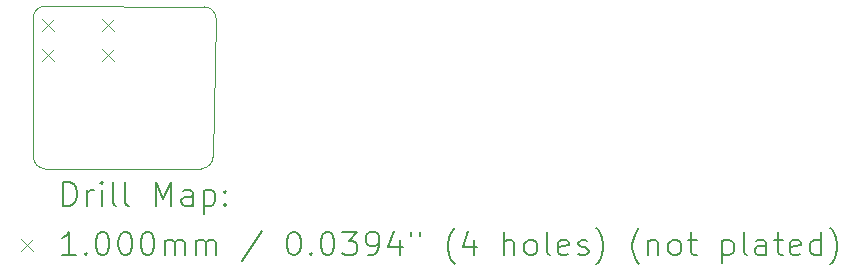
<source format=gbr>
%FSLAX45Y45*%
G04 Gerber Fmt 4.5, Leading zero omitted, Abs format (unit mm)*
G04 Created by KiCad (PCBNEW (6.0.5)) date 2022-06-13 10:30:56*
%MOMM*%
%LPD*%
G01*
G04 APERTURE LIST*
%TA.AperFunction,Profile*%
%ADD10C,0.050000*%
%TD*%
%TA.AperFunction,Profile*%
%ADD11C,0.010000*%
%TD*%
%ADD12C,0.200000*%
%ADD13C,0.100000*%
G04 APERTURE END LIST*
D10*
X13410400Y-9595711D02*
X13412800Y-10772000D01*
X14959000Y-9601200D02*
X14933600Y-10770400D01*
X13512800Y-10872000D02*
X14833600Y-10870400D01*
X14859000Y-9501200D02*
X13510400Y-9495711D01*
D11*
X13510400Y-9495710D02*
G75*
G03*
X13410400Y-9595711I0J-100000D01*
G01*
X13412800Y-10772000D02*
G75*
G03*
X13512800Y-10872000I100000J0D01*
G01*
X14833600Y-10870400D02*
G75*
G03*
X14933600Y-10770400I0J100000D01*
G01*
X14959000Y-9601200D02*
G75*
G03*
X14859000Y-9501200I-100000J0D01*
G01*
D12*
D13*
X13488200Y-9602000D02*
X13588200Y-9702000D01*
X13588200Y-9602000D02*
X13488200Y-9702000D01*
X13488200Y-9856000D02*
X13588200Y-9956000D01*
X13588200Y-9856000D02*
X13488200Y-9956000D01*
X13996200Y-9602000D02*
X14096200Y-9702000D01*
X14096200Y-9602000D02*
X13996200Y-9702000D01*
X13996200Y-9856000D02*
X14096200Y-9956000D01*
X14096200Y-9856000D02*
X13996200Y-9956000D01*
D12*
X13665519Y-11184976D02*
X13665519Y-10984976D01*
X13713138Y-10984976D01*
X13741709Y-10994500D01*
X13760757Y-11013548D01*
X13770281Y-11032595D01*
X13779805Y-11070690D01*
X13779805Y-11099262D01*
X13770281Y-11137357D01*
X13760757Y-11156405D01*
X13741709Y-11175452D01*
X13713138Y-11184976D01*
X13665519Y-11184976D01*
X13865519Y-11184976D02*
X13865519Y-11051643D01*
X13865519Y-11089738D02*
X13875043Y-11070690D01*
X13884567Y-11061167D01*
X13903614Y-11051643D01*
X13922662Y-11051643D01*
X13989328Y-11184976D02*
X13989328Y-11051643D01*
X13989328Y-10984976D02*
X13979805Y-10994500D01*
X13989328Y-11004024D01*
X13998852Y-10994500D01*
X13989328Y-10984976D01*
X13989328Y-11004024D01*
X14113138Y-11184976D02*
X14094090Y-11175452D01*
X14084567Y-11156405D01*
X14084567Y-10984976D01*
X14217900Y-11184976D02*
X14198852Y-11175452D01*
X14189328Y-11156405D01*
X14189328Y-10984976D01*
X14446471Y-11184976D02*
X14446471Y-10984976D01*
X14513138Y-11127833D01*
X14579805Y-10984976D01*
X14579805Y-11184976D01*
X14760757Y-11184976D02*
X14760757Y-11080214D01*
X14751233Y-11061167D01*
X14732186Y-11051643D01*
X14694090Y-11051643D01*
X14675043Y-11061167D01*
X14760757Y-11175452D02*
X14741709Y-11184976D01*
X14694090Y-11184976D01*
X14675043Y-11175452D01*
X14665519Y-11156405D01*
X14665519Y-11137357D01*
X14675043Y-11118310D01*
X14694090Y-11108786D01*
X14741709Y-11108786D01*
X14760757Y-11099262D01*
X14855995Y-11051643D02*
X14855995Y-11251643D01*
X14855995Y-11061167D02*
X14875043Y-11051643D01*
X14913138Y-11051643D01*
X14932186Y-11061167D01*
X14941709Y-11070690D01*
X14951233Y-11089738D01*
X14951233Y-11146881D01*
X14941709Y-11165929D01*
X14932186Y-11175452D01*
X14913138Y-11184976D01*
X14875043Y-11184976D01*
X14855995Y-11175452D01*
X15036948Y-11165929D02*
X15046471Y-11175452D01*
X15036948Y-11184976D01*
X15027424Y-11175452D01*
X15036948Y-11165929D01*
X15036948Y-11184976D01*
X15036948Y-11061167D02*
X15046471Y-11070690D01*
X15036948Y-11080214D01*
X15027424Y-11070690D01*
X15036948Y-11061167D01*
X15036948Y-11080214D01*
D13*
X13307900Y-11464500D02*
X13407900Y-11564500D01*
X13407900Y-11464500D02*
X13307900Y-11564500D01*
D12*
X13770281Y-11604976D02*
X13655995Y-11604976D01*
X13713138Y-11604976D02*
X13713138Y-11404976D01*
X13694090Y-11433548D01*
X13675043Y-11452595D01*
X13655995Y-11462119D01*
X13855995Y-11585928D02*
X13865519Y-11595452D01*
X13855995Y-11604976D01*
X13846471Y-11595452D01*
X13855995Y-11585928D01*
X13855995Y-11604976D01*
X13989328Y-11404976D02*
X14008376Y-11404976D01*
X14027424Y-11414500D01*
X14036948Y-11424024D01*
X14046471Y-11443071D01*
X14055995Y-11481167D01*
X14055995Y-11528786D01*
X14046471Y-11566881D01*
X14036948Y-11585928D01*
X14027424Y-11595452D01*
X14008376Y-11604976D01*
X13989328Y-11604976D01*
X13970281Y-11595452D01*
X13960757Y-11585928D01*
X13951233Y-11566881D01*
X13941709Y-11528786D01*
X13941709Y-11481167D01*
X13951233Y-11443071D01*
X13960757Y-11424024D01*
X13970281Y-11414500D01*
X13989328Y-11404976D01*
X14179805Y-11404976D02*
X14198852Y-11404976D01*
X14217900Y-11414500D01*
X14227424Y-11424024D01*
X14236948Y-11443071D01*
X14246471Y-11481167D01*
X14246471Y-11528786D01*
X14236948Y-11566881D01*
X14227424Y-11585928D01*
X14217900Y-11595452D01*
X14198852Y-11604976D01*
X14179805Y-11604976D01*
X14160757Y-11595452D01*
X14151233Y-11585928D01*
X14141709Y-11566881D01*
X14132186Y-11528786D01*
X14132186Y-11481167D01*
X14141709Y-11443071D01*
X14151233Y-11424024D01*
X14160757Y-11414500D01*
X14179805Y-11404976D01*
X14370281Y-11404976D02*
X14389328Y-11404976D01*
X14408376Y-11414500D01*
X14417900Y-11424024D01*
X14427424Y-11443071D01*
X14436948Y-11481167D01*
X14436948Y-11528786D01*
X14427424Y-11566881D01*
X14417900Y-11585928D01*
X14408376Y-11595452D01*
X14389328Y-11604976D01*
X14370281Y-11604976D01*
X14351233Y-11595452D01*
X14341709Y-11585928D01*
X14332186Y-11566881D01*
X14322662Y-11528786D01*
X14322662Y-11481167D01*
X14332186Y-11443071D01*
X14341709Y-11424024D01*
X14351233Y-11414500D01*
X14370281Y-11404976D01*
X14522662Y-11604976D02*
X14522662Y-11471643D01*
X14522662Y-11490690D02*
X14532186Y-11481167D01*
X14551233Y-11471643D01*
X14579805Y-11471643D01*
X14598852Y-11481167D01*
X14608376Y-11500214D01*
X14608376Y-11604976D01*
X14608376Y-11500214D02*
X14617900Y-11481167D01*
X14636948Y-11471643D01*
X14665519Y-11471643D01*
X14684567Y-11481167D01*
X14694090Y-11500214D01*
X14694090Y-11604976D01*
X14789328Y-11604976D02*
X14789328Y-11471643D01*
X14789328Y-11490690D02*
X14798852Y-11481167D01*
X14817900Y-11471643D01*
X14846471Y-11471643D01*
X14865519Y-11481167D01*
X14875043Y-11500214D01*
X14875043Y-11604976D01*
X14875043Y-11500214D02*
X14884567Y-11481167D01*
X14903614Y-11471643D01*
X14932186Y-11471643D01*
X14951233Y-11481167D01*
X14960757Y-11500214D01*
X14960757Y-11604976D01*
X15351233Y-11395452D02*
X15179805Y-11652595D01*
X15608376Y-11404976D02*
X15627424Y-11404976D01*
X15646471Y-11414500D01*
X15655995Y-11424024D01*
X15665519Y-11443071D01*
X15675043Y-11481167D01*
X15675043Y-11528786D01*
X15665519Y-11566881D01*
X15655995Y-11585928D01*
X15646471Y-11595452D01*
X15627424Y-11604976D01*
X15608376Y-11604976D01*
X15589328Y-11595452D01*
X15579805Y-11585928D01*
X15570281Y-11566881D01*
X15560757Y-11528786D01*
X15560757Y-11481167D01*
X15570281Y-11443071D01*
X15579805Y-11424024D01*
X15589328Y-11414500D01*
X15608376Y-11404976D01*
X15760757Y-11585928D02*
X15770281Y-11595452D01*
X15760757Y-11604976D01*
X15751233Y-11595452D01*
X15760757Y-11585928D01*
X15760757Y-11604976D01*
X15894090Y-11404976D02*
X15913138Y-11404976D01*
X15932186Y-11414500D01*
X15941709Y-11424024D01*
X15951233Y-11443071D01*
X15960757Y-11481167D01*
X15960757Y-11528786D01*
X15951233Y-11566881D01*
X15941709Y-11585928D01*
X15932186Y-11595452D01*
X15913138Y-11604976D01*
X15894090Y-11604976D01*
X15875043Y-11595452D01*
X15865519Y-11585928D01*
X15855995Y-11566881D01*
X15846471Y-11528786D01*
X15846471Y-11481167D01*
X15855995Y-11443071D01*
X15865519Y-11424024D01*
X15875043Y-11414500D01*
X15894090Y-11404976D01*
X16027424Y-11404976D02*
X16151233Y-11404976D01*
X16084567Y-11481167D01*
X16113138Y-11481167D01*
X16132186Y-11490690D01*
X16141709Y-11500214D01*
X16151233Y-11519262D01*
X16151233Y-11566881D01*
X16141709Y-11585928D01*
X16132186Y-11595452D01*
X16113138Y-11604976D01*
X16055995Y-11604976D01*
X16036948Y-11595452D01*
X16027424Y-11585928D01*
X16246471Y-11604976D02*
X16284567Y-11604976D01*
X16303614Y-11595452D01*
X16313138Y-11585928D01*
X16332186Y-11557357D01*
X16341709Y-11519262D01*
X16341709Y-11443071D01*
X16332186Y-11424024D01*
X16322662Y-11414500D01*
X16303614Y-11404976D01*
X16265519Y-11404976D01*
X16246471Y-11414500D01*
X16236948Y-11424024D01*
X16227424Y-11443071D01*
X16227424Y-11490690D01*
X16236948Y-11509738D01*
X16246471Y-11519262D01*
X16265519Y-11528786D01*
X16303614Y-11528786D01*
X16322662Y-11519262D01*
X16332186Y-11509738D01*
X16341709Y-11490690D01*
X16513138Y-11471643D02*
X16513138Y-11604976D01*
X16465519Y-11395452D02*
X16417900Y-11538309D01*
X16541709Y-11538309D01*
X16608376Y-11404976D02*
X16608376Y-11443071D01*
X16684567Y-11404976D02*
X16684567Y-11443071D01*
X16979805Y-11681167D02*
X16970281Y-11671643D01*
X16951233Y-11643071D01*
X16941710Y-11624024D01*
X16932186Y-11595452D01*
X16922662Y-11547833D01*
X16922662Y-11509738D01*
X16932186Y-11462119D01*
X16941710Y-11433548D01*
X16951233Y-11414500D01*
X16970281Y-11385928D01*
X16979805Y-11376405D01*
X17141710Y-11471643D02*
X17141710Y-11604976D01*
X17094090Y-11395452D02*
X17046471Y-11538309D01*
X17170281Y-11538309D01*
X17398852Y-11604976D02*
X17398852Y-11404976D01*
X17484567Y-11604976D02*
X17484567Y-11500214D01*
X17475043Y-11481167D01*
X17455995Y-11471643D01*
X17427424Y-11471643D01*
X17408376Y-11481167D01*
X17398852Y-11490690D01*
X17608376Y-11604976D02*
X17589329Y-11595452D01*
X17579805Y-11585928D01*
X17570281Y-11566881D01*
X17570281Y-11509738D01*
X17579805Y-11490690D01*
X17589329Y-11481167D01*
X17608376Y-11471643D01*
X17636948Y-11471643D01*
X17655995Y-11481167D01*
X17665519Y-11490690D01*
X17675043Y-11509738D01*
X17675043Y-11566881D01*
X17665519Y-11585928D01*
X17655995Y-11595452D01*
X17636948Y-11604976D01*
X17608376Y-11604976D01*
X17789329Y-11604976D02*
X17770281Y-11595452D01*
X17760757Y-11576405D01*
X17760757Y-11404976D01*
X17941710Y-11595452D02*
X17922662Y-11604976D01*
X17884567Y-11604976D01*
X17865519Y-11595452D01*
X17855995Y-11576405D01*
X17855995Y-11500214D01*
X17865519Y-11481167D01*
X17884567Y-11471643D01*
X17922662Y-11471643D01*
X17941710Y-11481167D01*
X17951233Y-11500214D01*
X17951233Y-11519262D01*
X17855995Y-11538309D01*
X18027424Y-11595452D02*
X18046471Y-11604976D01*
X18084567Y-11604976D01*
X18103614Y-11595452D01*
X18113138Y-11576405D01*
X18113138Y-11566881D01*
X18103614Y-11547833D01*
X18084567Y-11538309D01*
X18055995Y-11538309D01*
X18036948Y-11528786D01*
X18027424Y-11509738D01*
X18027424Y-11500214D01*
X18036948Y-11481167D01*
X18055995Y-11471643D01*
X18084567Y-11471643D01*
X18103614Y-11481167D01*
X18179805Y-11681167D02*
X18189329Y-11671643D01*
X18208376Y-11643071D01*
X18217900Y-11624024D01*
X18227424Y-11595452D01*
X18236948Y-11547833D01*
X18236948Y-11509738D01*
X18227424Y-11462119D01*
X18217900Y-11433548D01*
X18208376Y-11414500D01*
X18189329Y-11385928D01*
X18179805Y-11376405D01*
X18541710Y-11681167D02*
X18532186Y-11671643D01*
X18513138Y-11643071D01*
X18503614Y-11624024D01*
X18494090Y-11595452D01*
X18484567Y-11547833D01*
X18484567Y-11509738D01*
X18494090Y-11462119D01*
X18503614Y-11433548D01*
X18513138Y-11414500D01*
X18532186Y-11385928D01*
X18541710Y-11376405D01*
X18617900Y-11471643D02*
X18617900Y-11604976D01*
X18617900Y-11490690D02*
X18627424Y-11481167D01*
X18646471Y-11471643D01*
X18675043Y-11471643D01*
X18694090Y-11481167D01*
X18703614Y-11500214D01*
X18703614Y-11604976D01*
X18827424Y-11604976D02*
X18808376Y-11595452D01*
X18798852Y-11585928D01*
X18789329Y-11566881D01*
X18789329Y-11509738D01*
X18798852Y-11490690D01*
X18808376Y-11481167D01*
X18827424Y-11471643D01*
X18855995Y-11471643D01*
X18875043Y-11481167D01*
X18884567Y-11490690D01*
X18894090Y-11509738D01*
X18894090Y-11566881D01*
X18884567Y-11585928D01*
X18875043Y-11595452D01*
X18855995Y-11604976D01*
X18827424Y-11604976D01*
X18951233Y-11471643D02*
X19027424Y-11471643D01*
X18979805Y-11404976D02*
X18979805Y-11576405D01*
X18989329Y-11595452D01*
X19008376Y-11604976D01*
X19027424Y-11604976D01*
X19246471Y-11471643D02*
X19246471Y-11671643D01*
X19246471Y-11481167D02*
X19265519Y-11471643D01*
X19303614Y-11471643D01*
X19322662Y-11481167D01*
X19332186Y-11490690D01*
X19341710Y-11509738D01*
X19341710Y-11566881D01*
X19332186Y-11585928D01*
X19322662Y-11595452D01*
X19303614Y-11604976D01*
X19265519Y-11604976D01*
X19246471Y-11595452D01*
X19455995Y-11604976D02*
X19436948Y-11595452D01*
X19427424Y-11576405D01*
X19427424Y-11404976D01*
X19617900Y-11604976D02*
X19617900Y-11500214D01*
X19608376Y-11481167D01*
X19589329Y-11471643D01*
X19551233Y-11471643D01*
X19532186Y-11481167D01*
X19617900Y-11595452D02*
X19598852Y-11604976D01*
X19551233Y-11604976D01*
X19532186Y-11595452D01*
X19522662Y-11576405D01*
X19522662Y-11557357D01*
X19532186Y-11538309D01*
X19551233Y-11528786D01*
X19598852Y-11528786D01*
X19617900Y-11519262D01*
X19684567Y-11471643D02*
X19760757Y-11471643D01*
X19713138Y-11404976D02*
X19713138Y-11576405D01*
X19722662Y-11595452D01*
X19741710Y-11604976D01*
X19760757Y-11604976D01*
X19903614Y-11595452D02*
X19884567Y-11604976D01*
X19846471Y-11604976D01*
X19827424Y-11595452D01*
X19817900Y-11576405D01*
X19817900Y-11500214D01*
X19827424Y-11481167D01*
X19846471Y-11471643D01*
X19884567Y-11471643D01*
X19903614Y-11481167D01*
X19913138Y-11500214D01*
X19913138Y-11519262D01*
X19817900Y-11538309D01*
X20084567Y-11604976D02*
X20084567Y-11404976D01*
X20084567Y-11595452D02*
X20065519Y-11604976D01*
X20027424Y-11604976D01*
X20008376Y-11595452D01*
X19998852Y-11585928D01*
X19989329Y-11566881D01*
X19989329Y-11509738D01*
X19998852Y-11490690D01*
X20008376Y-11481167D01*
X20027424Y-11471643D01*
X20065519Y-11471643D01*
X20084567Y-11481167D01*
X20160757Y-11681167D02*
X20170281Y-11671643D01*
X20189329Y-11643071D01*
X20198852Y-11624024D01*
X20208376Y-11595452D01*
X20217900Y-11547833D01*
X20217900Y-11509738D01*
X20208376Y-11462119D01*
X20198852Y-11433548D01*
X20189329Y-11414500D01*
X20170281Y-11385928D01*
X20160757Y-11376405D01*
M02*

</source>
